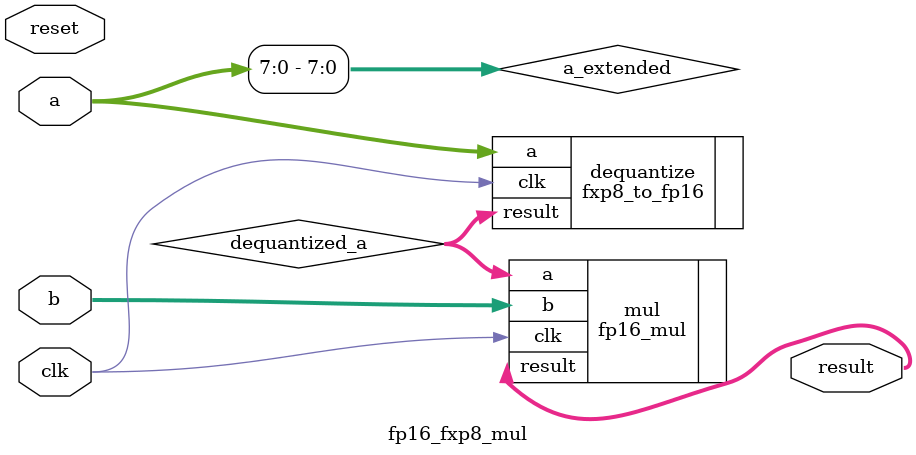
<source format=v>
module fp16_fxp8_mul #(
  parameter integer  FXP_WIDTH                        = 8
) (
  input  wire                                         clk,
  input  wire                                         reset,
  input  wire  [ 16                   -1 : 0 ]        a,
  input  wire  [ FXP_WIDTH            -1 : 0 ]        b,
  output wire  [ 16                   -1 : 0 ]        result
);

  wire signed [7:0] a_extended = $signed(a);
  wire [15:0] dequantized_a;
  
  fxp8_to_fp16 dequantize(.clk(clk), .a(a), .result(dequantized_a));  
  fp16_mul mul (.clk(clk), .a(dequantized_a), .b(b), .result(result));

endmodule
</source>
